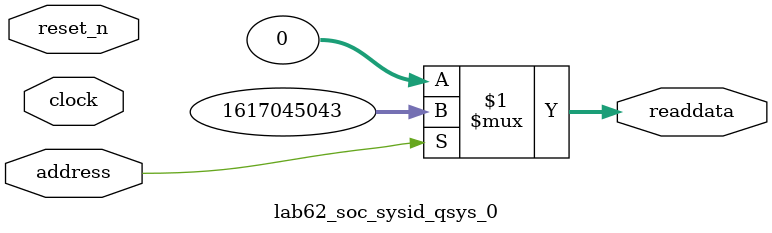
<source format=v>



// synthesis translate_off
`timescale 1ns / 1ps
// synthesis translate_on

// turn off superfluous verilog processor warnings 
// altera message_level Level1 
// altera message_off 10034 10035 10036 10037 10230 10240 10030 

module lab62_soc_sysid_qsys_0 (
               // inputs:
                address,
                clock,
                reset_n,

               // outputs:
                readdata
             )
;

  output  [ 31: 0] readdata;
  input            address;
  input            clock;
  input            reset_n;

  wire    [ 31: 0] readdata;
  //control_slave, which is an e_avalon_slave
  assign readdata = address ? 1617045043 : 0;

endmodule



</source>
